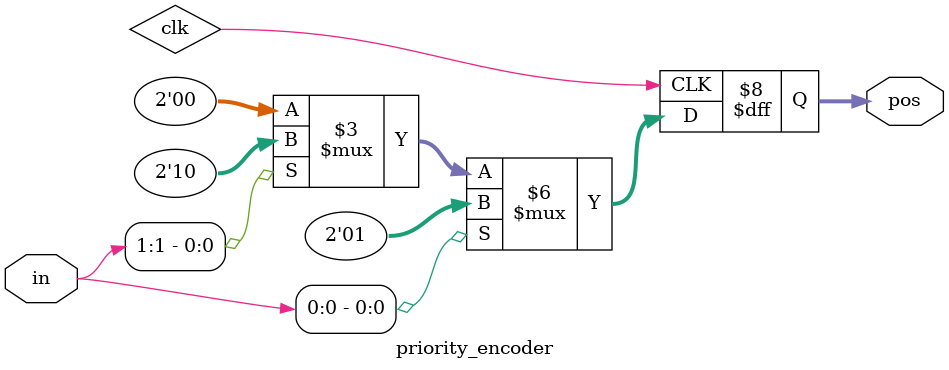
<source format=v>
module priority_encoder( 
input [2:0] in,
output reg [1:0] pos ); 
// When sel=1, assign b to out
// When sel=0, assign a to out
always @(posedge clk) begin
if (in[0]) 
    pos <= 1;
else if (in[1]) 
    pos <= 2;
else
    pos <= 0;
end
endmodule

</source>
